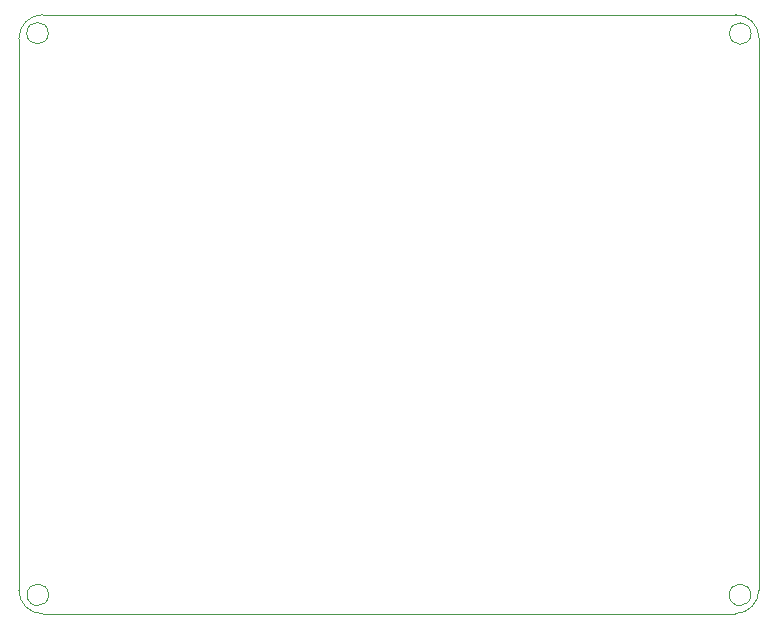
<source format=gbr>
%TF.GenerationSoftware,KiCad,Pcbnew,8.0.2*%
%TF.CreationDate,2025-03-31T19:17:40+02:00*%
%TF.ProjectId,carte_robo_pince,63617274-655f-4726-9f62-6f5f70696e63,rev?*%
%TF.SameCoordinates,Original*%
%TF.FileFunction,Profile,NP*%
%FSLAX46Y46*%
G04 Gerber Fmt 4.6, Leading zero omitted, Abs format (unit mm)*
G04 Created by KiCad (PCBNEW 8.0.2) date 2025-03-31 19:17:40*
%MOMM*%
%LPD*%
G01*
G04 APERTURE LIST*
%TA.AperFunction,Profile*%
%ADD10C,0.050000*%
%TD*%
G04 APERTURE END LIST*
D10*
X84600000Y-70380001D02*
X143250000Y-70380000D01*
X145225000Y-119085786D02*
G75*
G02*
X143225000Y-121085800I-2000000J-14D01*
G01*
X82570000Y-72400000D02*
G75*
G02*
X84600000Y-70380025I2020000J0D01*
G01*
X145250000Y-72380000D02*
X145225000Y-119085786D01*
X144563510Y-71980000D02*
G75*
G02*
X142736490Y-71980000I-913510J0D01*
G01*
X142736490Y-71980000D02*
G75*
G02*
X144563510Y-71980000I913510J0D01*
G01*
X143250000Y-70380000D02*
G75*
G02*
X145250000Y-72380000I0J-2000000D01*
G01*
X82570000Y-119100000D02*
X82570000Y-72400000D01*
X84590100Y-121100000D02*
G75*
G02*
X82570000Y-119100000I-20000J2000000D01*
G01*
X144543510Y-119500000D02*
G75*
G02*
X142716490Y-119500000I-913510J0D01*
G01*
X142716490Y-119500000D02*
G75*
G02*
X144543510Y-119500000I913510J0D01*
G01*
X85063510Y-71950000D02*
G75*
G02*
X83236490Y-71950000I-913510J0D01*
G01*
X83236490Y-71950000D02*
G75*
G02*
X85063510Y-71950000I913510J0D01*
G01*
X143225000Y-121085786D02*
X84590100Y-121100000D01*
X85093510Y-119500000D02*
G75*
G02*
X83266490Y-119500000I-913510J0D01*
G01*
X83266490Y-119500000D02*
G75*
G02*
X85093510Y-119500000I913510J0D01*
G01*
M02*

</source>
